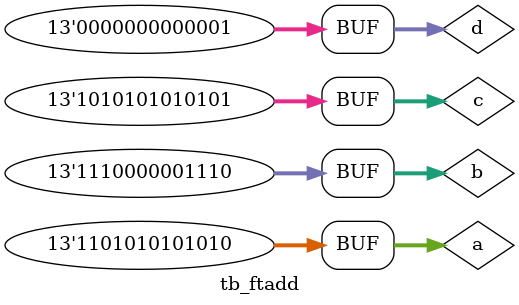
<source format=sv>
module tb_ftadd;

  parameter n = 13;
  
  reg [n-1:0] a;
  reg [n-1:0] b;
  reg [n-1:0] c;
  reg [n-1:0] d;

  wire [n:0] t;
  wire [n:0] s;

  ftadd #(n) uut (
      .a(a),
      .b(b),
      .c(c),
      .d(d),
      .t(t),
      .s(s)
  );

  initial begin
    $monitor("Time = %0t | a = %d, b = %d, c = %d, d = %d | t = %d, s = %d", $time, a, b, c, d, t, s);

    a = 13'b0000000000001; 
    b = 13'b0000000000010; 
    c = 13'b0000000000100;
    d = 13'b0000000001000;

    #10 a = 13'b0101010101010; b = 13'b1100110011001; c = 13'b1010101010101; d = 13'b0011001100110;
    #10 a = 13'b1111111111111; b = 13'b0000000000000; c = 13'b0000000001111; d = 13'b1010101010101;
    #10 a = 13'b1001100110011; b = 13'b0101010101010; c = 13'b1110000000000; d = 13'b0001111100000;
    #10 a = 13'b0001110001110; b = 13'b1111111111111; c = 13'b0000000000000; d = 13'b1111000001110;
    #10 a = 13'b1101010101010; b = 13'b1110000001110; c = 13'b1010101010101; d = 13'b0000000000001;

  end

endmodule


</source>
